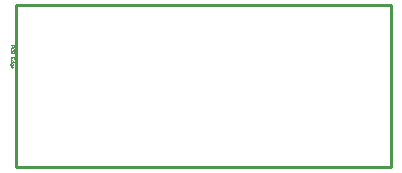
<source format=gm1>
G04 Layer_Color=16711935*
%FSLAX23Y23*%
%MOIN*%
G70*
G01*
G75*
%ADD18C,0.010*%
%ADD37C,0.004*%
%ADD38C,0.001*%
D18*
X0Y-0D02*
Y541D01*
Y-0D02*
X1250D01*
Y541D01*
X0D02*
X1250D01*
D37*
X-1Y53D02*
Y443D01*
D38*
X-18Y407D02*
X-8D01*
Y402D01*
X-10Y400D01*
X-13D01*
X-15Y402D01*
Y407D01*
X-10Y390D02*
X-8Y392D01*
Y395D01*
X-10Y397D01*
X-16D01*
X-18Y395D01*
Y392D01*
X-16Y390D01*
X-8Y387D02*
X-18D01*
Y382D01*
X-16Y381D01*
X-15D01*
X-13Y382D01*
Y387D01*
Y382D01*
X-11Y381D01*
X-10D01*
X-8Y382D01*
Y387D01*
Y361D02*
Y367D01*
X-18D01*
Y361D01*
X-13Y367D02*
Y364D01*
X-8Y351D02*
X-18D01*
Y356D01*
X-16Y358D01*
X-13D01*
X-11Y356D01*
Y351D01*
X-21Y345D02*
Y343D01*
X-20Y341D01*
X-11D01*
Y346D01*
X-13Y348D01*
X-16D01*
X-18Y346D01*
Y341D01*
Y333D02*
Y336D01*
X-16Y338D01*
X-13D01*
X-11Y336D01*
Y333D01*
X-13Y331D01*
X-15D01*
Y338D01*
M02*

</source>
